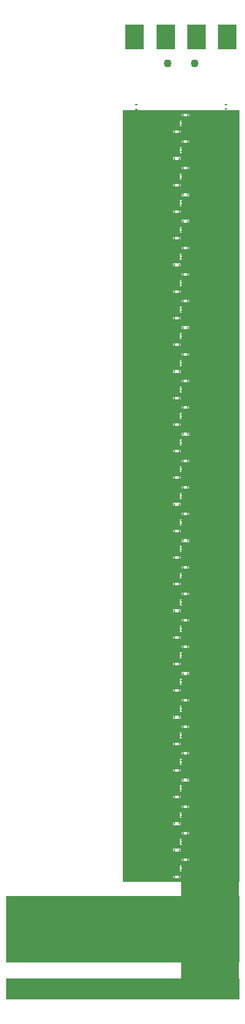
<source format=gbs>
G04*
G04 #@! TF.GenerationSoftware,Altium Limited,Altium Designer,25.3.3 (18)*
G04*
G04 Layer_Color=16711935*
%FSLAX25Y25*%
%MOIN*%
G70*
G04*
G04 #@! TF.SameCoordinates,C26FD52E-3306-4ED3-9720-8CB08B7D1827*
G04*
G04*
G04 #@! TF.FilePolarity,Negative*
G04*
G01*
G75*
%ADD11R,0.01417X0.00866*%
%ADD13R,1.26805X0.11811*%
%ADD15R,1.26805X0.36181*%
%ADD16C,0.04343*%
%ADD18R,0.00898X0.00799*%
%ADD19R,0.00866X0.01417*%
%ADD20R,0.31701X0.59000*%
%ADD21R,0.09843X0.13780*%
G36*
X229305Y570410D02*
Y556000D01*
Y541589D01*
Y527179D01*
Y512768D01*
Y498358D01*
Y483947D01*
Y469537D01*
Y455126D01*
Y440716D01*
Y426306D01*
Y411895D01*
Y397485D01*
Y383074D01*
Y368664D01*
Y354253D01*
Y339843D01*
Y325432D01*
Y311022D01*
Y296611D01*
Y282201D01*
Y267791D01*
Y253380D01*
Y238970D01*
Y224559D01*
Y210149D01*
Y195738D01*
Y181328D01*
Y166917D01*
X165902D01*
Y181328D01*
Y195738D01*
Y210149D01*
Y224559D01*
Y238970D01*
Y253380D01*
Y267791D01*
Y282201D01*
Y296611D01*
Y311022D01*
Y325432D01*
Y339843D01*
Y354253D01*
Y368664D01*
Y383074D01*
Y397485D01*
Y411895D01*
Y426306D01*
Y440716D01*
Y455126D01*
Y469537D01*
Y483947D01*
Y498358D01*
Y512768D01*
Y527179D01*
Y541589D01*
Y556000D01*
Y570410D01*
Y584821D01*
X229305D01*
Y570410D01*
D02*
G37*
%LPC*%
G36*
X198705Y582936D02*
X197878D01*
X197878Y581519D01*
X199138Y581519D01*
X199272Y581519D01*
X200618D01*
X200752Y581519D01*
X202012Y581519D01*
Y582936D01*
X200752Y582936D01*
X200618Y582936D01*
X199272D01*
X198878Y582936D01*
X198705Y582936D01*
D02*
G37*
G36*
X197114Y579257D02*
X197114Y578863D01*
X197125Y577869D01*
Y577358D01*
X197114Y576364D01*
X197114Y575970D01*
X198031D01*
X198031Y576364D01*
X198023Y577359D01*
Y577868D01*
X198031Y578863D01*
X198031Y579257D01*
X197114D01*
D02*
G37*
G36*
X194022Y573712D02*
X193195D01*
X193195Y572295D01*
X194455Y572295D01*
X194589Y572295D01*
X195935D01*
X196069Y572295D01*
X197329Y572295D01*
Y573712D01*
X196069Y573712D01*
X195935Y573712D01*
X194589D01*
X194195Y573712D01*
X194022Y573712D01*
D02*
G37*
G36*
X198705Y568526D02*
X197878D01*
X197878Y567108D01*
X199138Y567108D01*
X199272Y567108D01*
X200618D01*
X200752Y567108D01*
X202012Y567108D01*
Y568526D01*
X200752Y568526D01*
X200618Y568526D01*
X199272D01*
X198878Y568526D01*
X198705Y568526D01*
D02*
G37*
G36*
X197114Y564847D02*
X197114Y564453D01*
X197125Y563458D01*
Y562948D01*
X197114Y561953D01*
X197114Y561559D01*
X198031D01*
X198031Y561953D01*
X198023Y562949D01*
Y563457D01*
X198031Y564453D01*
X198031Y564847D01*
X197114D01*
D02*
G37*
G36*
X194022Y559302D02*
X193195D01*
X193195Y557884D01*
X194455Y557884D01*
X194589Y557884D01*
X195935D01*
X196069Y557884D01*
X197329Y557884D01*
Y559302D01*
X196069Y559302D01*
X195935Y559302D01*
X194589D01*
X194195Y559302D01*
X194022Y559302D01*
D02*
G37*
G36*
X198705Y554115D02*
X197878D01*
X197878Y552698D01*
X199138Y552698D01*
X199272Y552698D01*
X200618D01*
X200752Y552698D01*
X202012Y552698D01*
Y554115D01*
X200752Y554115D01*
X200618Y554115D01*
X199272D01*
X198878Y554115D01*
X198705Y554115D01*
D02*
G37*
G36*
X197114Y550436D02*
X197114Y550043D01*
X197125Y549048D01*
Y548537D01*
X197114Y547543D01*
X197114Y547149D01*
X198031D01*
X198031Y547543D01*
X198023Y548538D01*
Y549047D01*
X198031Y550043D01*
X198031Y550436D01*
X197114D01*
D02*
G37*
G36*
X194022Y544891D02*
X193195D01*
X193195Y543474D01*
X194455Y543474D01*
X194589Y543474D01*
X195935D01*
X196069Y543474D01*
X197329Y543474D01*
Y544891D01*
X196069Y544891D01*
X195935Y544891D01*
X194589D01*
X194195Y544891D01*
X194022Y544891D01*
D02*
G37*
G36*
X198705Y539705D02*
X197878D01*
X197878Y538287D01*
X199138Y538287D01*
X199272Y538287D01*
X200618D01*
X200752Y538287D01*
X202012Y538287D01*
Y539705D01*
X200752Y539705D01*
X200618Y539705D01*
X199272D01*
X198878Y539705D01*
X198705Y539705D01*
D02*
G37*
G36*
X197114Y536026D02*
X197114Y535632D01*
X197125Y534638D01*
Y534127D01*
X197114Y533132D01*
X197114Y532738D01*
X198031D01*
X198031Y533132D01*
X198023Y534128D01*
Y534636D01*
X198031Y535632D01*
X198031Y536026D01*
X197114D01*
D02*
G37*
G36*
X194022Y530481D02*
X193195D01*
X193195Y529063D01*
X194455Y529063D01*
X194589Y529063D01*
X195935D01*
X196069Y529063D01*
X197329Y529063D01*
Y530481D01*
X196069Y530481D01*
X195935Y530481D01*
X194589D01*
X194195Y530481D01*
X194022Y530481D01*
D02*
G37*
G36*
X198705Y525294D02*
X197878D01*
X197878Y523877D01*
X199138Y523877D01*
X199272Y523877D01*
X200618D01*
X200752Y523877D01*
X202012Y523877D01*
Y525294D01*
X200752Y525294D01*
X200618Y525294D01*
X199272D01*
X198878Y525294D01*
X198705Y525294D01*
D02*
G37*
G36*
X197114Y521615D02*
X197114Y521222D01*
X197125Y520227D01*
Y519716D01*
X197114Y518722D01*
X197114Y518328D01*
X198031D01*
X198031Y518722D01*
X198023Y519718D01*
Y520226D01*
X198031Y521222D01*
X198031Y521615D01*
X197114D01*
D02*
G37*
G36*
X194022Y516070D02*
X193195D01*
X193195Y514653D01*
X194455Y514653D01*
X194589Y514653D01*
X195935D01*
X196069Y514653D01*
X197329Y514653D01*
Y516070D01*
X196069Y516070D01*
X195935Y516070D01*
X194589D01*
X194195Y516070D01*
X194022Y516070D01*
D02*
G37*
G36*
X198705Y510884D02*
X197878D01*
X197878Y509467D01*
X199138Y509467D01*
X199272Y509467D01*
X200618D01*
X200752Y509467D01*
X202012Y509467D01*
Y510884D01*
X200752Y510884D01*
X200618Y510884D01*
X199272D01*
X198878Y510884D01*
X198705Y510884D01*
D02*
G37*
G36*
X197114Y507205D02*
X197114Y506811D01*
X197125Y505817D01*
Y505306D01*
X197114Y504311D01*
X197114Y503918D01*
X198031D01*
X198031Y504311D01*
X198023Y505307D01*
Y505815D01*
X198031Y506811D01*
X198031Y507205D01*
X197114D01*
D02*
G37*
G36*
X194022Y501660D02*
X193195D01*
X193195Y500242D01*
X194455Y500242D01*
X194589Y500242D01*
X195935D01*
X196069Y500242D01*
X197329Y500242D01*
Y501660D01*
X196069Y501660D01*
X195935Y501660D01*
X194589D01*
X194195Y501660D01*
X194022Y501660D01*
D02*
G37*
G36*
X198705Y496473D02*
X197878D01*
X197878Y495056D01*
X199138Y495056D01*
X199272Y495056D01*
X200618D01*
X200752Y495056D01*
X202012Y495056D01*
Y496473D01*
X200752Y496473D01*
X200618Y496473D01*
X199272D01*
X198878Y496473D01*
X198705Y496473D01*
D02*
G37*
G36*
X197114Y492794D02*
X197114Y492401D01*
X197125Y491406D01*
Y490895D01*
X197114Y489901D01*
X197114Y489507D01*
X198031D01*
X198031Y489901D01*
X198023Y490897D01*
Y491405D01*
X198031Y492401D01*
X198031Y492794D01*
X197114D01*
D02*
G37*
G36*
X194022Y487249D02*
X193195D01*
X193195Y485832D01*
X194455Y485832D01*
X194589Y485832D01*
X195935D01*
X196069Y485832D01*
X197329Y485832D01*
Y487249D01*
X196069Y487249D01*
X195935Y487249D01*
X194589D01*
X194195Y487249D01*
X194022Y487249D01*
D02*
G37*
G36*
X198705Y482063D02*
X197878D01*
X197878Y480646D01*
X199138Y480646D01*
X199272Y480646D01*
X200618D01*
X200752Y480646D01*
X202012Y480646D01*
Y482063D01*
X200752Y482063D01*
X200618Y482063D01*
X199272D01*
X198878Y482063D01*
X198705Y482063D01*
D02*
G37*
G36*
X197114Y478384D02*
X197114Y477990D01*
X197125Y476996D01*
Y476485D01*
X197114Y475490D01*
X197114Y475097D01*
X198031D01*
X198031Y475490D01*
X198023Y476486D01*
Y476994D01*
X198031Y477990D01*
X198031Y478384D01*
X197114D01*
D02*
G37*
G36*
X194022Y472839D02*
X193195D01*
X193195Y471421D01*
X194455Y471421D01*
X194589Y471421D01*
X195935D01*
X196069Y471421D01*
X197329Y471421D01*
Y472839D01*
X196069Y472839D01*
X195935Y472839D01*
X194589D01*
X194195Y472839D01*
X194022Y472839D01*
D02*
G37*
G36*
X198705Y467653D02*
X197878D01*
X197878Y466235D01*
X199138Y466235D01*
X199272Y466235D01*
X200618D01*
X200752Y466235D01*
X202012Y466235D01*
Y467653D01*
X200752Y467653D01*
X200618Y467653D01*
X199272D01*
X198878Y467653D01*
X198705Y467653D01*
D02*
G37*
G36*
X197114Y463974D02*
X197114Y463580D01*
X197125Y462585D01*
Y462074D01*
X197114Y461080D01*
X197114Y460686D01*
X198031D01*
X198031Y461080D01*
X198023Y462076D01*
Y462584D01*
X198031Y463580D01*
X198031Y463974D01*
X197114D01*
D02*
G37*
G36*
X194022Y458428D02*
X193195D01*
X193195Y457011D01*
X194455Y457011D01*
X194589Y457011D01*
X195935D01*
X196069Y457011D01*
X197329Y457011D01*
Y458428D01*
X196069Y458428D01*
X195935Y458428D01*
X194589D01*
X194195Y458428D01*
X194022Y458428D01*
D02*
G37*
G36*
X198705Y453242D02*
X197878D01*
X197878Y451825D01*
X199138Y451825D01*
X199272Y451825D01*
X200618D01*
X200752Y451825D01*
X202012Y451825D01*
Y453242D01*
X200752Y453242D01*
X200618Y453242D01*
X199272D01*
X198878Y453242D01*
X198705Y453242D01*
D02*
G37*
G36*
X197114Y449563D02*
X197114Y449169D01*
X197125Y448175D01*
Y447664D01*
X197114Y446669D01*
X197114Y446276D01*
X198031D01*
X198031Y446669D01*
X198023Y447665D01*
Y448174D01*
X198031Y449169D01*
X198031Y449563D01*
X197114D01*
D02*
G37*
G36*
X194022Y444018D02*
X193195D01*
X193195Y442601D01*
X194455Y442601D01*
X194589Y442601D01*
X195935D01*
X196069Y442601D01*
X197329Y442601D01*
Y444018D01*
X196069Y444018D01*
X195935Y444018D01*
X194589D01*
X194195Y444018D01*
X194022Y444018D01*
D02*
G37*
G36*
X198705Y438832D02*
X197878D01*
X197878Y437414D01*
X199138Y437414D01*
X199272Y437414D01*
X200618D01*
X200752Y437414D01*
X202012Y437414D01*
Y438832D01*
X200752Y438832D01*
X200618Y438832D01*
X199272D01*
X198878Y438832D01*
X198705Y438832D01*
D02*
G37*
G36*
X197114Y435153D02*
X197114Y434759D01*
X197125Y433764D01*
Y433253D01*
X197114Y432259D01*
X197114Y431865D01*
X198031D01*
X198031Y432259D01*
X198023Y433255D01*
Y433763D01*
X198031Y434759D01*
X198031Y435153D01*
X197114D01*
D02*
G37*
G36*
X194022Y429607D02*
X193195D01*
X193195Y428190D01*
X194455Y428190D01*
X194589Y428190D01*
X195935D01*
X196069Y428190D01*
X197329Y428190D01*
Y429607D01*
X196069Y429607D01*
X195935Y429607D01*
X194589D01*
X194195Y429607D01*
X194022Y429607D01*
D02*
G37*
G36*
X198705Y424421D02*
X197878D01*
X197878Y423004D01*
X199138Y423004D01*
X199272Y423004D01*
X200618D01*
X200752Y423004D01*
X202012Y423004D01*
Y424421D01*
X200752Y424421D01*
X200618Y424421D01*
X199272D01*
X198878Y424421D01*
X198705Y424421D01*
D02*
G37*
G36*
X197114Y420742D02*
X197114Y420348D01*
X197125Y419354D01*
Y418843D01*
X197114Y417848D01*
X197114Y417455D01*
X198031D01*
X198031Y417848D01*
X198023Y418844D01*
Y419352D01*
X198031Y420348D01*
X198031Y420742D01*
X197114D01*
D02*
G37*
G36*
X194022Y415197D02*
X193195D01*
X193195Y413780D01*
X194455Y413780D01*
X194589Y413780D01*
X195935D01*
X196069Y413780D01*
X197329Y413780D01*
Y415197D01*
X196069Y415197D01*
X195935Y415197D01*
X194589D01*
X194195Y415197D01*
X194022Y415197D01*
D02*
G37*
G36*
X198705Y410011D02*
X197878D01*
X197878Y408593D01*
X199138Y408593D01*
X199272Y408593D01*
X200618D01*
X200752Y408593D01*
X202012Y408593D01*
Y410011D01*
X200752Y410011D01*
X200618Y410011D01*
X199272D01*
X198878Y410011D01*
X198705Y410011D01*
D02*
G37*
G36*
X197114Y406332D02*
X197114Y405938D01*
X197125Y404943D01*
Y404432D01*
X197114Y403438D01*
X197114Y403044D01*
X198031D01*
X198031Y403438D01*
X198023Y404434D01*
Y404942D01*
X198031Y405938D01*
X198031Y406332D01*
X197114D01*
D02*
G37*
G36*
X194022Y400786D02*
X193195D01*
X193195Y399369D01*
X194455Y399369D01*
X194589Y399369D01*
X195935D01*
X196069Y399369D01*
X197329Y399369D01*
Y400786D01*
X196069Y400786D01*
X195935Y400786D01*
X194589D01*
X194195Y400786D01*
X194022Y400786D01*
D02*
G37*
G36*
X198705Y395600D02*
X197878D01*
X197878Y394183D01*
X199138Y394183D01*
X199272Y394183D01*
X200618D01*
X200752Y394183D01*
X202012Y394183D01*
Y395600D01*
X200752Y395600D01*
X200618Y395600D01*
X199272D01*
X198878Y395600D01*
X198705Y395600D01*
D02*
G37*
G36*
X197114Y391921D02*
X197114Y391528D01*
X197125Y390533D01*
Y390022D01*
X197114Y389028D01*
X197114Y388634D01*
X198031D01*
X198031Y389028D01*
X198023Y390023D01*
Y390532D01*
X198031Y391528D01*
X198031Y391921D01*
X197114D01*
D02*
G37*
G36*
X194022Y386376D02*
X193195D01*
X193195Y384959D01*
X194455Y384959D01*
X194589Y384959D01*
X195935D01*
X196069Y384959D01*
X197329Y384959D01*
Y386376D01*
X196069Y386376D01*
X195935Y386376D01*
X194589D01*
X194195Y386376D01*
X194022Y386376D01*
D02*
G37*
G36*
X198705Y381190D02*
X197878D01*
X197878Y379772D01*
X199138Y379772D01*
X199272Y379772D01*
X200618D01*
X200752Y379772D01*
X202012Y379772D01*
Y381190D01*
X200752Y381190D01*
X200618Y381190D01*
X199272D01*
X198878Y381190D01*
X198705Y381190D01*
D02*
G37*
G36*
X197114Y377511D02*
X197114Y377117D01*
X197125Y376122D01*
Y375612D01*
X197114Y374617D01*
X197114Y374223D01*
X198031D01*
X198031Y374617D01*
X198023Y375613D01*
Y376121D01*
X198031Y377117D01*
X198031Y377511D01*
X197114D01*
D02*
G37*
G36*
X194022Y371966D02*
X193195D01*
X193195Y370548D01*
X194455Y370548D01*
X194589Y370548D01*
X195935D01*
X196069Y370548D01*
X197329Y370548D01*
Y371966D01*
X196069Y371966D01*
X195935Y371966D01*
X194589D01*
X194195Y371966D01*
X194022Y371966D01*
D02*
G37*
G36*
X198705Y366779D02*
X197878D01*
X197878Y365362D01*
X199138Y365362D01*
X199272Y365362D01*
X200618D01*
X200752Y365362D01*
X202012Y365362D01*
Y366779D01*
X200752Y366779D01*
X200618Y366779D01*
X199272D01*
X198878Y366779D01*
X198705Y366779D01*
D02*
G37*
G36*
X197114Y363100D02*
X197114Y362707D01*
X197125Y361712D01*
Y361201D01*
X197114Y360207D01*
X197114Y359813D01*
X198031D01*
X198031Y360207D01*
X198023Y361202D01*
Y361711D01*
X198031Y362707D01*
X198031Y363100D01*
X197114D01*
D02*
G37*
G36*
X194022Y357555D02*
X193195D01*
X193195Y356138D01*
X194455Y356138D01*
X194589Y356138D01*
X195935D01*
X196069Y356138D01*
X197329Y356138D01*
Y357555D01*
X196069Y357555D01*
X195935Y357555D01*
X194589D01*
X194195Y357555D01*
X194022Y357555D01*
D02*
G37*
G36*
X198705Y352369D02*
X197878D01*
X197878Y350952D01*
X199138Y350952D01*
X199272Y350952D01*
X200618D01*
X200752Y350952D01*
X202012Y350952D01*
Y352369D01*
X200752Y352369D01*
X200618Y352369D01*
X199272D01*
X198878Y352369D01*
X198705Y352369D01*
D02*
G37*
G36*
X197114Y348690D02*
X197114Y348296D01*
X197125Y347302D01*
Y346791D01*
X197114Y345796D01*
X197114Y345402D01*
X198031D01*
X198031Y345796D01*
X198023Y346792D01*
Y347300D01*
X198031Y348296D01*
X198031Y348690D01*
X197114D01*
D02*
G37*
G36*
X194022Y343145D02*
X193195D01*
X193195Y341727D01*
X194455Y341727D01*
X194589Y341727D01*
X195935D01*
X196069Y341727D01*
X197329Y341727D01*
Y343145D01*
X196069Y343145D01*
X195935Y343145D01*
X194589D01*
X194195Y343145D01*
X194022Y343145D01*
D02*
G37*
G36*
X198705Y337958D02*
X197878D01*
X197878Y336541D01*
X199138Y336541D01*
X199272Y336541D01*
X200618D01*
X200752Y336541D01*
X202012Y336541D01*
Y337958D01*
X200752Y337958D01*
X200618Y337958D01*
X199272D01*
X198878Y337958D01*
X198705Y337958D01*
D02*
G37*
G36*
X197114Y334279D02*
X197114Y333886D01*
X197125Y332891D01*
Y332380D01*
X197114Y331386D01*
X197114Y330992D01*
X198031D01*
X198031Y331386D01*
X198023Y332382D01*
Y332890D01*
X198031Y333886D01*
X198031Y334279D01*
X197114D01*
D02*
G37*
G36*
X194022Y328734D02*
X193195D01*
X193195Y327317D01*
X194455Y327317D01*
X194589Y327317D01*
X195935D01*
X196069Y327317D01*
X197329Y327317D01*
Y328734D01*
X196069Y328734D01*
X195935Y328734D01*
X194589D01*
X194195Y328734D01*
X194022Y328734D01*
D02*
G37*
G36*
X198705Y323548D02*
X197878D01*
X197878Y322130D01*
X199138Y322130D01*
X199272Y322130D01*
X200618D01*
X200752Y322130D01*
X202012Y322130D01*
Y323548D01*
X200752Y323548D01*
X200618Y323548D01*
X199272D01*
X198878Y323548D01*
X198705Y323548D01*
D02*
G37*
G36*
X197114Y319869D02*
X197114Y319475D01*
X197125Y318481D01*
Y317970D01*
X197114Y316975D01*
X197114Y316582D01*
X198031D01*
X198031Y316975D01*
X198023Y317971D01*
Y318479D01*
X198031Y319475D01*
X198031Y319869D01*
X197114D01*
D02*
G37*
G36*
X194022Y314324D02*
X193195D01*
X193195Y312906D01*
X194455Y312906D01*
X194589Y312906D01*
X195935D01*
X196069Y312906D01*
X197329Y312906D01*
Y314324D01*
X196069Y314324D01*
X195935Y314324D01*
X194589D01*
X194195Y314324D01*
X194022Y314324D01*
D02*
G37*
G36*
X198705Y309137D02*
X197878D01*
X197878Y307720D01*
X199138Y307720D01*
X199272Y307720D01*
X200618D01*
X200752Y307720D01*
X202012Y307720D01*
Y309137D01*
X200752Y309137D01*
X200618Y309137D01*
X199272D01*
X198878Y309137D01*
X198705Y309137D01*
D02*
G37*
G36*
X197114Y305458D02*
X197114Y305065D01*
X197125Y304070D01*
Y303559D01*
X197114Y302565D01*
X197114Y302171D01*
X198031D01*
X198031Y302565D01*
X198023Y303561D01*
Y304069D01*
X198031Y305065D01*
X198031Y305458D01*
X197114D01*
D02*
G37*
G36*
X194022Y299913D02*
X193195D01*
X193195Y298496D01*
X194455Y298496D01*
X194589Y298496D01*
X195935D01*
X196069Y298496D01*
X197329Y298496D01*
Y299913D01*
X196069Y299913D01*
X195935Y299913D01*
X194589D01*
X194195Y299913D01*
X194022Y299913D01*
D02*
G37*
G36*
X198705Y294727D02*
X197878D01*
X197878Y293310D01*
X199138Y293310D01*
X199272Y293310D01*
X200618D01*
X200752Y293310D01*
X202012Y293310D01*
Y294727D01*
X200752Y294727D01*
X200618Y294727D01*
X199272D01*
X198878Y294727D01*
X198705Y294727D01*
D02*
G37*
G36*
X197114Y291048D02*
X197114Y290654D01*
X197125Y289660D01*
Y289149D01*
X197114Y288154D01*
X197114Y287761D01*
X198031D01*
X198031Y288154D01*
X198023Y289150D01*
Y289658D01*
X198031Y290654D01*
X198031Y291048D01*
X197114D01*
D02*
G37*
G36*
X194022Y285503D02*
X193195D01*
X193195Y284085D01*
X194455Y284085D01*
X194589Y284085D01*
X195935D01*
X196069Y284085D01*
X197329Y284085D01*
Y285503D01*
X196069Y285503D01*
X195935Y285503D01*
X194589D01*
X194195Y285503D01*
X194022Y285503D01*
D02*
G37*
G36*
X198705Y280316D02*
X197878D01*
X197878Y278899D01*
X199138Y278899D01*
X199272Y278899D01*
X200618D01*
X200752Y278899D01*
X202012Y278899D01*
Y280316D01*
X200752Y280316D01*
X200618Y280316D01*
X199272D01*
X198878Y280316D01*
X198705Y280316D01*
D02*
G37*
G36*
X197114Y276638D02*
X197114Y276244D01*
X197125Y275249D01*
Y274738D01*
X197114Y273744D01*
X197114Y273350D01*
X198031D01*
X198031Y273744D01*
X198023Y274740D01*
Y275248D01*
X198031Y276244D01*
X198031Y276638D01*
X197114D01*
D02*
G37*
G36*
X194022Y271092D02*
X193195D01*
X193195Y269675D01*
X194455Y269675D01*
X194589Y269675D01*
X195935D01*
X196069Y269675D01*
X197329Y269675D01*
Y271092D01*
X196069Y271092D01*
X195935Y271092D01*
X194589D01*
X194195Y271092D01*
X194022Y271092D01*
D02*
G37*
G36*
X198705Y265906D02*
X197878D01*
X197878Y264489D01*
X199138Y264489D01*
X199272Y264489D01*
X200618D01*
X200752Y264489D01*
X202012Y264489D01*
Y265906D01*
X200752Y265906D01*
X200618Y265906D01*
X199272D01*
X198878Y265906D01*
X198705Y265906D01*
D02*
G37*
G36*
X197114Y262227D02*
X197114Y261833D01*
X197125Y260839D01*
Y260328D01*
X197114Y259333D01*
X197114Y258940D01*
X198031D01*
X198031Y259333D01*
X198023Y260329D01*
Y260838D01*
X198031Y261833D01*
X198031Y262227D01*
X197114D01*
D02*
G37*
G36*
X194022Y256682D02*
X193195D01*
X193195Y255265D01*
X194455Y255265D01*
X194589Y255265D01*
X195935D01*
X196069Y255265D01*
X197329Y255265D01*
Y256682D01*
X196069Y256682D01*
X195935Y256682D01*
X194589D01*
X194195Y256682D01*
X194022Y256682D01*
D02*
G37*
G36*
X198705Y251496D02*
X197878D01*
X197878Y250078D01*
X199138Y250078D01*
X199272Y250078D01*
X200618D01*
X200752Y250078D01*
X202012Y250078D01*
Y251496D01*
X200752Y251496D01*
X200618Y251496D01*
X199272D01*
X198878Y251496D01*
X198705Y251496D01*
D02*
G37*
G36*
X197114Y247817D02*
X197114Y247423D01*
X197125Y246428D01*
Y245917D01*
X197114Y244923D01*
X197114Y244529D01*
X198031D01*
X198031Y244923D01*
X198023Y245919D01*
Y246427D01*
X198031Y247423D01*
X198031Y247817D01*
X197114D01*
D02*
G37*
G36*
X194022Y242271D02*
X193195D01*
X193195Y240854D01*
X194455Y240854D01*
X194589Y240854D01*
X195935D01*
X196069Y240854D01*
X197329Y240854D01*
Y242271D01*
X196069Y242271D01*
X195935Y242271D01*
X194589D01*
X194195Y242271D01*
X194022Y242271D01*
D02*
G37*
G36*
X198705Y237085D02*
X197878D01*
X197878Y235668D01*
X199138Y235668D01*
X199272Y235668D01*
X200618D01*
X200752Y235668D01*
X202012Y235668D01*
Y237085D01*
X200752Y237085D01*
X200618Y237085D01*
X199272D01*
X198878Y237085D01*
X198705Y237085D01*
D02*
G37*
G36*
X197114Y233406D02*
X197114Y233012D01*
X197125Y232018D01*
Y231507D01*
X197114Y230512D01*
X197114Y230119D01*
X198031D01*
X198031Y230512D01*
X198023Y231508D01*
Y232017D01*
X198031Y233012D01*
X198031Y233406D01*
X197114D01*
D02*
G37*
G36*
X194022Y227861D02*
X193195D01*
X193195Y226444D01*
X194455Y226444D01*
X194589Y226444D01*
X195935D01*
X196069Y226444D01*
X197329Y226444D01*
Y227861D01*
X196069Y227861D01*
X195935Y227861D01*
X194589D01*
X194195Y227861D01*
X194022Y227861D01*
D02*
G37*
G36*
X198705Y222675D02*
X197878D01*
X197878Y221257D01*
X199138Y221257D01*
X199272Y221257D01*
X200618D01*
X200752Y221257D01*
X202012Y221257D01*
Y222675D01*
X200752Y222675D01*
X200618Y222675D01*
X199272D01*
X198878Y222675D01*
X198705Y222675D01*
D02*
G37*
G36*
X197114Y218996D02*
X197114Y218602D01*
X197125Y217607D01*
Y217096D01*
X197114Y216102D01*
X197114Y215708D01*
X198031D01*
X198031Y216102D01*
X198023Y217098D01*
Y217606D01*
X198031Y218602D01*
X198031Y218996D01*
X197114D01*
D02*
G37*
G36*
X194022Y213451D02*
X193195D01*
X193195Y212033D01*
X194455Y212033D01*
X194589Y212033D01*
X195935D01*
X196069Y212033D01*
X197329Y212033D01*
Y213451D01*
X196069Y213451D01*
X195935Y213451D01*
X194589D01*
X194195Y213451D01*
X194022Y213451D01*
D02*
G37*
G36*
X198705Y208264D02*
X197878D01*
X197878Y206847D01*
X199138Y206847D01*
X199272Y206847D01*
X200618D01*
X200752Y206847D01*
X202012Y206847D01*
Y208264D01*
X200752Y208264D01*
X200618Y208264D01*
X199272D01*
X198878Y208264D01*
X198705Y208264D01*
D02*
G37*
G36*
X197114Y204585D02*
X197114Y204191D01*
X197125Y203197D01*
Y202686D01*
X197114Y201692D01*
X197114Y201298D01*
X198031D01*
X198031Y201692D01*
X198023Y202687D01*
Y203196D01*
X198031Y204191D01*
X198031Y204585D01*
X197114D01*
D02*
G37*
G36*
X194022Y199040D02*
X193195D01*
X193195Y197623D01*
X194455Y197623D01*
X194589Y197623D01*
X195935D01*
X196069Y197623D01*
X197329Y197623D01*
Y199040D01*
X196069Y199040D01*
X195935Y199040D01*
X194589D01*
X194195Y199040D01*
X194022Y199040D01*
D02*
G37*
G36*
X198705Y193854D02*
X197878D01*
X197878Y192436D01*
X199138Y192436D01*
X199272Y192436D01*
X200618D01*
X200752Y192436D01*
X202012Y192436D01*
Y193854D01*
X200752Y193854D01*
X200618Y193854D01*
X199272D01*
X198878Y193854D01*
X198705Y193854D01*
D02*
G37*
G36*
X197114Y190175D02*
X197114Y189781D01*
X197125Y188786D01*
Y188276D01*
X197114Y187281D01*
X197114Y186887D01*
X198031D01*
X198031Y187281D01*
X198023Y188277D01*
Y188785D01*
X198031Y189781D01*
X198031Y190175D01*
X197114D01*
D02*
G37*
G36*
X194022Y184630D02*
X193195D01*
X193195Y183212D01*
X194455Y183212D01*
X194589Y183212D01*
X195935D01*
X196069Y183212D01*
X197329Y183212D01*
Y184630D01*
X196069Y184630D01*
X195935Y184630D01*
X194589D01*
X194195Y184630D01*
X194022Y184630D01*
D02*
G37*
G36*
X198705Y179443D02*
X197878D01*
X197878Y178026D01*
X199138Y178026D01*
X199272Y178026D01*
X200618D01*
X200752Y178026D01*
X202012Y178026D01*
Y179443D01*
X200752Y179443D01*
X200618Y179443D01*
X199272D01*
X198878Y179443D01*
X198705Y179443D01*
D02*
G37*
G36*
X197114Y175764D02*
X197114Y175371D01*
X197125Y174376D01*
Y173865D01*
X197114Y172871D01*
X197114Y172477D01*
X198031D01*
X198031Y172871D01*
X198023Y173866D01*
Y174375D01*
X198031Y175371D01*
X198031Y175764D01*
X197114D01*
D02*
G37*
G36*
X194022Y170219D02*
X193195D01*
X193195Y168802D01*
X194455Y168802D01*
X194589Y168802D01*
X195935D01*
X196069Y168802D01*
X197329Y168802D01*
Y170219D01*
X196069Y170219D01*
X195935Y170219D01*
X194589D01*
X194195Y170219D01*
X194022Y170219D01*
D02*
G37*
%LPD*%
D11*
X173307Y587746D02*
D03*
Y585266D02*
D03*
X221885Y587896D02*
D03*
Y585415D02*
D03*
D13*
X165902Y108905D02*
D03*
D15*
Y141258D02*
D03*
D16*
X190185Y609980D02*
D03*
X205037D02*
D03*
D18*
X197603Y174971D02*
D03*
Y173274D02*
D03*
Y189381D02*
D03*
Y187685D02*
D03*
Y203792D02*
D03*
Y202095D02*
D03*
Y247023D02*
D03*
Y245326D02*
D03*
Y232613D02*
D03*
Y230916D02*
D03*
Y218202D02*
D03*
Y216506D02*
D03*
Y304665D02*
D03*
Y302968D02*
D03*
Y319076D02*
D03*
Y317379D02*
D03*
Y333486D02*
D03*
Y331789D02*
D03*
Y290255D02*
D03*
Y288558D02*
D03*
Y275844D02*
D03*
Y274147D02*
D03*
Y261434D02*
D03*
Y259737D02*
D03*
Y391128D02*
D03*
Y389431D02*
D03*
Y405538D02*
D03*
Y403841D02*
D03*
Y419949D02*
D03*
Y418252D02*
D03*
Y376717D02*
D03*
Y375021D02*
D03*
Y362307D02*
D03*
Y360610D02*
D03*
Y347897D02*
D03*
Y346200D02*
D03*
Y477591D02*
D03*
Y475894D02*
D03*
Y492001D02*
D03*
Y490304D02*
D03*
Y506412D02*
D03*
Y504715D02*
D03*
Y463180D02*
D03*
Y461483D02*
D03*
Y448770D02*
D03*
Y447073D02*
D03*
Y434359D02*
D03*
Y432662D02*
D03*
Y520822D02*
D03*
Y519125D02*
D03*
Y535232D02*
D03*
Y533536D02*
D03*
Y549643D02*
D03*
Y547946D02*
D03*
Y564053D02*
D03*
Y562357D02*
D03*
Y578464D02*
D03*
Y576767D02*
D03*
D19*
X196502Y169510D02*
D03*
X194022D02*
D03*
X201185Y178735D02*
D03*
X198705D02*
D03*
X201185Y193145D02*
D03*
X198705D02*
D03*
X196502Y183921D02*
D03*
X194022D02*
D03*
X201185Y207556D02*
D03*
X198705D02*
D03*
X196502Y198331D02*
D03*
X194022D02*
D03*
X196502Y241563D02*
D03*
X194022D02*
D03*
X201185Y250787D02*
D03*
X198705D02*
D03*
X196502Y227152D02*
D03*
X194022D02*
D03*
X201185Y236377D02*
D03*
X198705D02*
D03*
X201185Y221966D02*
D03*
X198705D02*
D03*
X196502Y212742D02*
D03*
X194022D02*
D03*
X196502Y299205D02*
D03*
X194022D02*
D03*
X201185Y308429D02*
D03*
X198705D02*
D03*
X201185Y322839D02*
D03*
X198705D02*
D03*
X196502Y313615D02*
D03*
X194022D02*
D03*
X201185Y337250D02*
D03*
X198705D02*
D03*
X196502Y328026D02*
D03*
X194022D02*
D03*
X196502Y284794D02*
D03*
X194022D02*
D03*
X201185Y294018D02*
D03*
X198705D02*
D03*
X196502Y270384D02*
D03*
X194022D02*
D03*
X201185Y279608D02*
D03*
X198705D02*
D03*
X201185Y265197D02*
D03*
X198705D02*
D03*
X196502Y255973D02*
D03*
X194022D02*
D03*
X196502Y385667D02*
D03*
X194022D02*
D03*
X201185Y394892D02*
D03*
X198705D02*
D03*
X201185Y409302D02*
D03*
X198705D02*
D03*
X196502Y400078D02*
D03*
X194022D02*
D03*
X201185Y423712D02*
D03*
X198705D02*
D03*
X196502Y414488D02*
D03*
X194022D02*
D03*
X196502Y371257D02*
D03*
X194022D02*
D03*
X201185Y380481D02*
D03*
X198705D02*
D03*
X196502Y356846D02*
D03*
X194022D02*
D03*
X201185Y366071D02*
D03*
X198705D02*
D03*
X201185Y351660D02*
D03*
X198705D02*
D03*
X196502Y342436D02*
D03*
X194022D02*
D03*
X196502Y472130D02*
D03*
X194022D02*
D03*
X201185Y481354D02*
D03*
X198705D02*
D03*
X201185Y495765D02*
D03*
X198705D02*
D03*
X196502Y486541D02*
D03*
X194022D02*
D03*
X201185Y510175D02*
D03*
X198705D02*
D03*
X196502Y500951D02*
D03*
X194022D02*
D03*
X196502Y457720D02*
D03*
X194022D02*
D03*
X201185Y466944D02*
D03*
X198705D02*
D03*
X196502Y443309D02*
D03*
X194022D02*
D03*
X201185Y452533D02*
D03*
X198705D02*
D03*
X201185Y438123D02*
D03*
X198705D02*
D03*
X196502Y428899D02*
D03*
X194022D02*
D03*
X196502Y515361D02*
D03*
X194022D02*
D03*
X201185Y524586D02*
D03*
X198705D02*
D03*
X196502Y529772D02*
D03*
X194022D02*
D03*
X201185Y538996D02*
D03*
X198705D02*
D03*
X196502Y544182D02*
D03*
X194022D02*
D03*
X201185Y553407D02*
D03*
X198705D02*
D03*
X196502Y558593D02*
D03*
X194022D02*
D03*
X201185Y567817D02*
D03*
X198705D02*
D03*
X196502Y573003D02*
D03*
X194022D02*
D03*
X201185Y582228D02*
D03*
X198705D02*
D03*
D20*
X213454Y138257D02*
D03*
D21*
X206005Y624313D02*
D03*
X222809D02*
D03*
X172398D02*
D03*
X189202D02*
D03*
M02*

</source>
